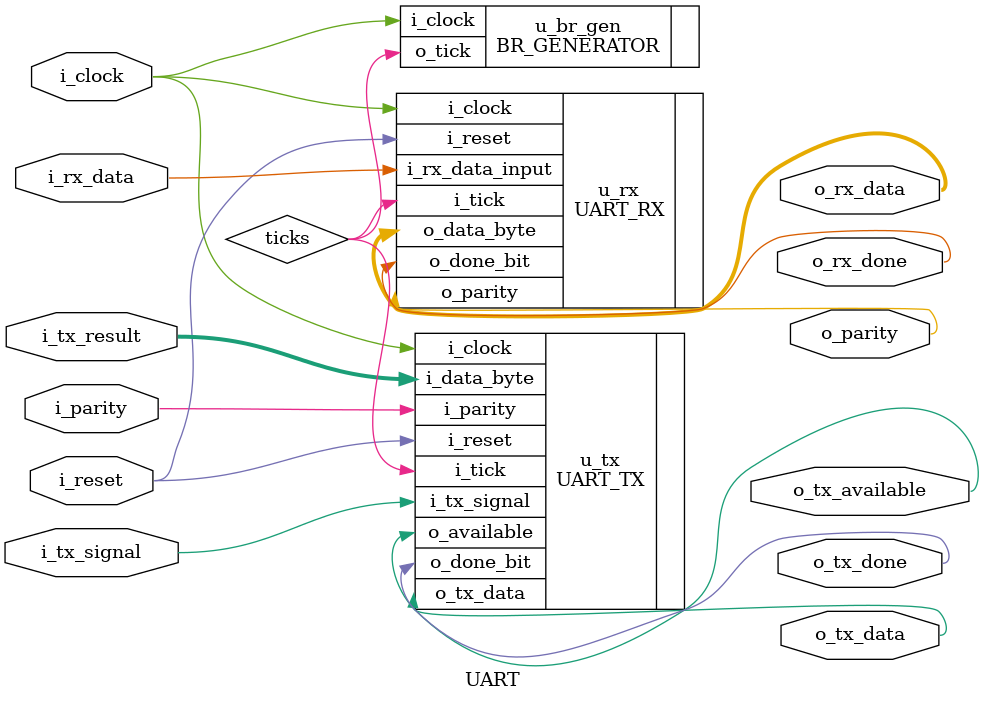
<source format=v>
`timescale 1ns / 1ps


module UART
#(
   //PARAMETERS
   parameter DATA_WIDTH = 8,
   parameter STOP_WIDTH = 1,
   parameter PARITY_WIDTH = 1
   )
   (
    //INPUTS
   input                        i_clock,
   input                        i_reset,
   input                        i_rx_data,
   input                        i_tx_signal,
   input  [DATA_WIDTH - 1:0]      i_tx_result,
   input  [PARITY_WIDTH -1 :0]  i_parity,
   //OUTPUT
   output                       o_rx_done,
   output [DATA_WIDTH - 1:0]      o_rx_data,
   output [PARITY_WIDTH-1 :0]   o_parity,
   output                       o_tx_data,
   output                       o_tx_done,
   output o_tx_available
 );
  

  BR_GENERATOR u_br_gen 
  (
    .i_clock           (i_clock),
    .o_tick            (ticks)    
  );
  
  
   UART_RX u_rx (
    .i_clock           (i_clock),
    .i_tick            (ticks),
    .i_reset           (i_reset),
    .i_rx_data_input   (i_rx_data), 
    .o_done_bit        (o_rx_done), 
    .o_data_byte       (o_rx_data),
    .o_parity          (o_parity)
  );
  
    UART_TX u_tx (
    .i_clock           (i_clock),
    .i_tick            (ticks),
    .i_reset           (i_reset),
    .i_data_byte       (i_tx_result),
    .i_parity          (i_parity),
    .i_tx_signal       (i_tx_signal), 
    .o_done_bit        (o_tx_done), 
    .o_tx_data         (o_tx_data),
    .o_available       (o_tx_available)
  );

   
endmodule

</source>
